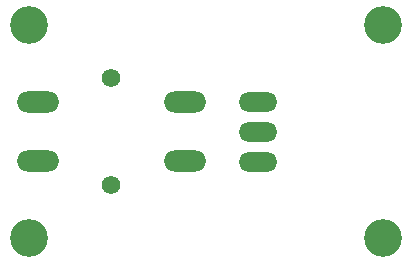
<source format=gbs>
G04 (created by PCBNEW (2013-07-07 BZR 4022)-stable) date 2015/2/26 10:26:18*
%MOIN*%
G04 Gerber Fmt 3.4, Leading zero omitted, Abs format*
%FSLAX34Y34*%
G01*
G70*
G90*
G04 APERTURE LIST*
%ADD10C,0.00590551*%
%ADD11C,0.0614*%
%ADD12O,0.141X0.0705*%
%ADD13O,0.129X0.0645*%
%ADD14C,0.126*%
G04 APERTURE END LIST*
G54D10*
G54D11*
X19685Y-23028D03*
G54D12*
X22145Y-25783D03*
X17225Y-25783D03*
X22145Y-23823D03*
X17225Y-23823D03*
G54D11*
X19685Y-26578D03*
G54D13*
X24559Y-23803D03*
X24559Y-24803D03*
X24559Y-25803D03*
G54D14*
X16929Y-21259D03*
X28740Y-21259D03*
X16929Y-28346D03*
X28740Y-28346D03*
M02*

</source>
